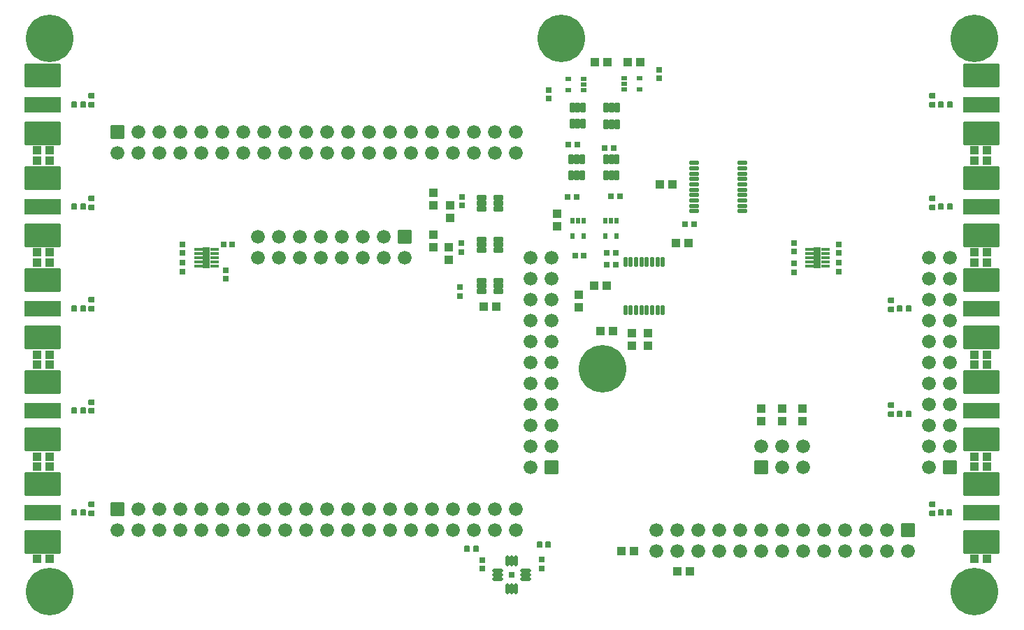
<source format=gbr>
G04 #@! TF.GenerationSoftware,KiCad,Pcbnew,6.0.10-86aedd382b~118~ubuntu22.04.1*
G04 #@! TF.CreationDate,2023-01-31T23:44:10-05:00*
G04 #@! TF.ProjectId,operacake,6f706572-6163-4616-9b65-2e6b69636164,rev?*
G04 #@! TF.SameCoordinates,Original*
G04 #@! TF.FileFunction,Soldermask,Top*
G04 #@! TF.FilePolarity,Negative*
%FSLAX46Y46*%
G04 Gerber Fmt 4.6, Leading zero omitted, Abs format (unit mm)*
G04 Created by KiCad (PCBNEW 6.0.10-86aedd382b~118~ubuntu22.04.1) date 2023-01-31 23:44:10*
%MOMM*%
%LPD*%
G01*
G04 APERTURE LIST*
G04 Aperture macros list*
%AMRoundRect*
0 Rectangle with rounded corners*
0 $1 Rounding radius*
0 $2 $3 $4 $5 $6 $7 $8 $9 X,Y pos of 4 corners*
0 Add a 4 corners polygon primitive as box body*
4,1,4,$2,$3,$4,$5,$6,$7,$8,$9,$2,$3,0*
0 Add four circle primitives for the rounded corners*
1,1,$1+$1,$2,$3*
1,1,$1+$1,$4,$5*
1,1,$1+$1,$6,$7*
1,1,$1+$1,$8,$9*
0 Add four rect primitives between the rounded corners*
20,1,$1+$1,$2,$3,$4,$5,0*
20,1,$1+$1,$4,$5,$6,$7,0*
20,1,$1+$1,$6,$7,$8,$9,0*
20,1,$1+$1,$8,$9,$2,$3,0*%
G04 Aperture macros list end*
%ADD10RoundRect,0.101600X-0.431800X-0.431800X0.431800X-0.431800X0.431800X0.431800X-0.431800X0.431800X0*%
%ADD11RoundRect,0.101600X0.431800X0.431800X-0.431800X0.431800X-0.431800X-0.431800X0.431800X-0.431800X0*%
%ADD12RoundRect,0.101600X0.254000X0.279400X-0.254000X0.279400X-0.254000X-0.279400X0.254000X-0.279400X0*%
%ADD13RoundRect,0.101600X-0.254000X-0.279400X0.254000X-0.279400X0.254000X0.279400X-0.254000X0.279400X0*%
%ADD14RoundRect,0.101600X0.279400X-0.254000X0.279400X0.254000X-0.279400X0.254000X-0.279400X-0.254000X0*%
%ADD15C,5.752400*%
%ADD16C,0.752400*%
%ADD17RoundRect,0.076200X-0.762000X-0.762000X0.762000X-0.762000X0.762000X0.762000X-0.762000X0.762000X0*%
%ADD18C,1.676400*%
%ADD19RoundRect,0.076200X0.762000X0.762000X-0.762000X0.762000X-0.762000X-0.762000X0.762000X-0.762000X0*%
%ADD20RoundRect,0.076200X0.762000X-0.762000X0.762000X0.762000X-0.762000X0.762000X-0.762000X-0.762000X0*%
%ADD21RoundRect,0.076200X-2.095000X-0.890000X2.095000X-0.890000X2.095000X0.890000X-2.095000X0.890000X0*%
%ADD22RoundRect,0.076200X-2.095000X-1.332500X2.095000X-1.332500X2.095000X1.332500X-2.095000X1.332500X0*%
%ADD23RoundRect,0.076200X2.095000X0.890000X-2.095000X0.890000X-2.095000X-0.890000X2.095000X-0.890000X0*%
%ADD24RoundRect,0.076200X2.095000X1.332500X-2.095000X1.332500X-2.095000X-1.332500X2.095000X-1.332500X0*%
%ADD25RoundRect,0.101600X0.431800X-0.431800X0.431800X0.431800X-0.431800X0.431800X-0.431800X-0.431800X0*%
%ADD26RoundRect,0.101600X-0.431800X0.431800X-0.431800X-0.431800X0.431800X-0.431800X0.431800X0.431800X0*%
%ADD27O,1.342240X0.462240*%
%ADD28O,0.462240X1.342240*%
%ADD29R,0.801880X0.801880*%
%ADD30RoundRect,0.076200X-0.380000X-1.200000X0.380000X-1.200000X0.380000X1.200000X-0.380000X1.200000X0*%
%ADD31RoundRect,0.076200X-0.400000X-0.125000X0.400000X-0.125000X0.400000X0.125000X-0.400000X0.125000X0*%
%ADD32C,0.609600*%
%ADD33RoundRect,0.076200X0.380000X1.200000X-0.380000X1.200000X-0.380000X-1.200000X0.380000X-1.200000X0*%
%ADD34RoundRect,0.076200X0.400000X0.125000X-0.400000X0.125000X-0.400000X-0.125000X0.400000X-0.125000X0*%
%ADD35RoundRect,0.076200X0.160000X-0.525000X0.160000X0.525000X-0.160000X0.525000X-0.160000X-0.525000X0*%
%ADD36RoundRect,0.076200X0.525000X0.160000X-0.525000X0.160000X-0.525000X-0.160000X0.525000X-0.160000X0*%
%ADD37RoundRect,0.076200X0.500000X-0.225000X0.500000X0.225000X-0.500000X0.225000X-0.500000X-0.225000X0*%
%ADD38RoundRect,0.076200X0.300000X-0.210000X0.300000X0.210000X-0.300000X0.210000X-0.300000X-0.210000X0*%
%ADD39RoundRect,0.076200X-0.300000X0.210000X-0.300000X-0.210000X0.300000X-0.210000X0.300000X0.210000X0*%
%ADD40RoundRect,0.076200X0.225000X0.500000X-0.225000X0.500000X-0.225000X-0.500000X0.225000X-0.500000X0*%
%ADD41RoundRect,0.076200X0.210000X0.300000X-0.210000X0.300000X-0.210000X-0.300000X0.210000X-0.300000X0*%
%ADD42RoundRect,0.076200X-0.279400X0.254000X-0.279400X-0.254000X0.279400X-0.254000X0.279400X0.254000X0*%
%ADD43RoundRect,0.076200X0.254000X0.279400X-0.254000X0.279400X-0.254000X-0.279400X0.254000X-0.279400X0*%
%ADD44RoundRect,0.076200X0.279400X-0.254000X0.279400X0.254000X-0.279400X0.254000X-0.279400X-0.254000X0*%
%ADD45RoundRect,0.076200X-0.254000X-0.279400X0.254000X-0.279400X0.254000X0.279400X-0.254000X0.279400X0*%
G04 APERTURE END LIST*
D10*
G04 #@! TO.C,DBG1*
X177537000Y-154675000D03*
X176013000Y-154675000D03*
G04 #@! TD*
G04 #@! TO.C,DBY1*
X177537000Y-155900000D03*
X176013000Y-155900000D03*
G04 #@! TD*
G04 #@! TO.C,DBG4*
X177537000Y-117550000D03*
X176013000Y-117550000D03*
G04 #@! TD*
G04 #@! TO.C,DBY4*
X177537000Y-118775000D03*
X176013000Y-118775000D03*
G04 #@! TD*
G04 #@! TO.C,DBG3*
X177537000Y-129925000D03*
X176013000Y-129925000D03*
G04 #@! TD*
G04 #@! TO.C,DBY3*
X177537000Y-131150000D03*
X176013000Y-131150000D03*
G04 #@! TD*
D11*
G04 #@! TO.C,DAY4*
X62463000Y-118775000D03*
X63987000Y-118775000D03*
G04 #@! TD*
G04 #@! TO.C,DAG4*
X62463000Y-117550000D03*
X63987000Y-117550000D03*
G04 #@! TD*
D12*
G04 #@! TO.C,C1*
X66966600Y-136750000D03*
X68033400Y-136750000D03*
G04 #@! TD*
G04 #@! TO.C,C2*
X66966600Y-112000000D03*
X68033400Y-112000000D03*
G04 #@! TD*
D13*
G04 #@! TO.C,C3*
X168033400Y-136750000D03*
X166966600Y-136750000D03*
G04 #@! TD*
G04 #@! TO.C,C4*
X173033400Y-112000000D03*
X171966600Y-112000000D03*
G04 #@! TD*
D12*
G04 #@! TO.C,C5*
X66966600Y-149125000D03*
X68033400Y-149125000D03*
G04 #@! TD*
G04 #@! TO.C,C6*
X66966600Y-124375000D03*
X68033400Y-124375000D03*
G04 #@! TD*
D13*
G04 #@! TO.C,C7*
X168033400Y-149525000D03*
X166966600Y-149525000D03*
G04 #@! TD*
G04 #@! TO.C,C8*
X173033400Y-124375000D03*
X171966600Y-124375000D03*
G04 #@! TD*
D12*
G04 #@! TO.C,C9*
X114559080Y-165887400D03*
X115625880Y-165887400D03*
G04 #@! TD*
G04 #@! TO.C,C10*
X123337320Y-165364160D03*
X124404120Y-165364160D03*
G04 #@! TD*
G04 #@! TO.C,C11*
X66966600Y-161500000D03*
X68033400Y-161500000D03*
G04 #@! TD*
D13*
G04 #@! TO.C,C12*
X173008400Y-161500000D03*
X171941600Y-161500000D03*
G04 #@! TD*
D14*
G04 #@! TO.C,D1*
X69100000Y-135666600D03*
X69100000Y-136733400D03*
G04 #@! TD*
G04 #@! TO.C,D2*
X69100000Y-110966600D03*
X69100000Y-112033400D03*
G04 #@! TD*
G04 #@! TO.C,D3*
X165900000Y-135766600D03*
X165900000Y-136833400D03*
G04 #@! TD*
G04 #@! TO.C,D4*
X170900000Y-110966600D03*
X170900000Y-112033400D03*
G04 #@! TD*
G04 #@! TO.C,D5*
X69100000Y-148066600D03*
X69100000Y-149133400D03*
G04 #@! TD*
G04 #@! TO.C,D6*
X69100000Y-123366600D03*
X69100000Y-124433400D03*
G04 #@! TD*
G04 #@! TO.C,D7*
X165900000Y-148466600D03*
X165900000Y-149533400D03*
G04 #@! TD*
G04 #@! TO.C,D8*
X170900000Y-123366600D03*
X170900000Y-124433400D03*
G04 #@! TD*
G04 #@! TO.C,D9*
X69100000Y-160466600D03*
X69100000Y-161533400D03*
G04 #@! TD*
G04 #@! TO.C,D10*
X170900000Y-160466600D03*
X170900000Y-161533400D03*
G04 #@! TD*
D11*
G04 #@! TO.C,DA0*
X62463000Y-167050000D03*
X63987000Y-167050000D03*
G04 #@! TD*
G04 #@! TO.C,DAG1*
X62463000Y-154675000D03*
X63987000Y-154675000D03*
G04 #@! TD*
G04 #@! TO.C,DAG2*
X62463000Y-142300000D03*
X63987000Y-142300000D03*
G04 #@! TD*
G04 #@! TO.C,DAG3*
X62463000Y-129925000D03*
X63987000Y-129925000D03*
G04 #@! TD*
G04 #@! TO.C,DAY1*
X62463000Y-155900000D03*
X63987000Y-155900000D03*
G04 #@! TD*
G04 #@! TO.C,DAY2*
X62463000Y-143525000D03*
X63987000Y-143525000D03*
G04 #@! TD*
G04 #@! TO.C,DAY3*
X62463000Y-131150000D03*
X63987000Y-131150000D03*
G04 #@! TD*
D10*
G04 #@! TO.C,DB0*
X177537000Y-167050000D03*
X176013000Y-167050000D03*
G04 #@! TD*
G04 #@! TO.C,DBG2*
X177537000Y-142300000D03*
X176013000Y-142300000D03*
G04 #@! TD*
G04 #@! TO.C,DBY2*
X177537000Y-143525000D03*
X176013000Y-143525000D03*
G04 #@! TD*
D15*
G04 #@! TO.C,MH1*
X64000000Y-104000000D03*
D16*
X64000000Y-101800000D03*
X61800000Y-104000000D03*
X64000000Y-106200000D03*
X66200000Y-104000000D03*
X65550000Y-102450000D03*
X62450000Y-102450000D03*
X62450000Y-105550000D03*
X65550000Y-105550000D03*
G04 #@! TD*
D15*
G04 #@! TO.C,MH2*
X64000000Y-171000000D03*
D16*
X64000000Y-168800000D03*
X61800000Y-171000000D03*
X64000000Y-173200000D03*
X66200000Y-171000000D03*
X65550000Y-169450000D03*
X62450000Y-169450000D03*
X62450000Y-172550000D03*
X65550000Y-172550000D03*
G04 #@! TD*
D15*
G04 #@! TO.C,MH3*
X176000000Y-171000000D03*
D16*
X176000000Y-168800000D03*
X173800000Y-171000000D03*
X176000000Y-173200000D03*
X178200000Y-171000000D03*
X177550000Y-169450000D03*
X174450000Y-169450000D03*
X174450000Y-172550000D03*
X177550000Y-172550000D03*
G04 #@! TD*
D15*
G04 #@! TO.C,MH4*
X176000000Y-104000000D03*
D16*
X176000000Y-101800000D03*
X173800000Y-104000000D03*
X176000000Y-106200000D03*
X178200000Y-104000000D03*
X177550000Y-102450000D03*
X174450000Y-102450000D03*
X174450000Y-105550000D03*
X177550000Y-105550000D03*
G04 #@! TD*
D15*
G04 #@! TO.C,MH5*
X126000000Y-104000000D03*
D16*
X126000000Y-101800000D03*
X123800000Y-104000000D03*
X126000000Y-106200000D03*
X128200000Y-104000000D03*
X127550000Y-102450000D03*
X124450000Y-102450000D03*
X124450000Y-105550000D03*
X127550000Y-105550000D03*
G04 #@! TD*
D15*
G04 #@! TO.C,MH6*
X131000000Y-144000000D03*
D16*
X131000000Y-141800000D03*
X128800000Y-144000000D03*
X131000000Y-146200000D03*
X133200000Y-144000000D03*
X132550000Y-142450000D03*
X129450000Y-142450000D03*
X129450000Y-145550000D03*
X132550000Y-145550000D03*
G04 #@! TD*
D17*
G04 #@! TO.C,P1*
X150170000Y-155950000D03*
D18*
X150170000Y-153410000D03*
X152710000Y-155950000D03*
X152710000Y-153410000D03*
X155250000Y-155950000D03*
X155250000Y-153410000D03*
G04 #@! TD*
D19*
G04 #@! TO.C,P9*
X106990000Y-128010000D03*
D18*
X106990000Y-130550000D03*
X104450000Y-128010000D03*
X104450000Y-130550000D03*
X101910000Y-128010000D03*
X101910000Y-130550000D03*
X99370000Y-128010000D03*
X99370000Y-130550000D03*
X96830000Y-128010000D03*
X96830000Y-130550000D03*
X94290000Y-128010000D03*
X94290000Y-130550000D03*
X91750000Y-128010000D03*
X91750000Y-130550000D03*
X89210000Y-128010000D03*
X89210000Y-130550000D03*
G04 #@! TD*
D20*
G04 #@! TO.C,P20*
X173030000Y-155950000D03*
D18*
X170490000Y-155950000D03*
X173030000Y-153410000D03*
X170490000Y-153410000D03*
X173030000Y-150870000D03*
X170490000Y-150870000D03*
X173030000Y-148330000D03*
X170490000Y-148330000D03*
X173030000Y-145790000D03*
X170490000Y-145790000D03*
X173030000Y-143250000D03*
X170490000Y-143250000D03*
X173030000Y-140710000D03*
X170490000Y-140710000D03*
X173030000Y-138170000D03*
X170490000Y-138170000D03*
X173030000Y-135630000D03*
X170490000Y-135630000D03*
X173030000Y-133090000D03*
X170490000Y-133090000D03*
X173030000Y-130550000D03*
X170490000Y-130550000D03*
G04 #@! TD*
D19*
G04 #@! TO.C,P22*
X167950000Y-163570000D03*
D18*
X167950000Y-166110000D03*
X165410000Y-163570000D03*
X165410000Y-166110000D03*
X162870000Y-163570000D03*
X162870000Y-166110000D03*
X160330000Y-163570000D03*
X160330000Y-166110000D03*
X157790000Y-163570000D03*
X157790000Y-166110000D03*
X155250000Y-163570000D03*
X155250000Y-166110000D03*
X152710000Y-163570000D03*
X152710000Y-166110000D03*
X150170000Y-163570000D03*
X150170000Y-166110000D03*
X147630000Y-163570000D03*
X147630000Y-166110000D03*
X145090000Y-163570000D03*
X145090000Y-166110000D03*
X142550000Y-163570000D03*
X142550000Y-166110000D03*
X140010000Y-163570000D03*
X140010000Y-166110000D03*
X137470000Y-163570000D03*
X137470000Y-166110000D03*
G04 #@! TD*
D20*
G04 #@! TO.C,P28*
X124770000Y-155950000D03*
D18*
X122230000Y-155950000D03*
X124770000Y-153410000D03*
X122230000Y-153410000D03*
X124770000Y-150870000D03*
X122230000Y-150870000D03*
X124770000Y-148330000D03*
X122230000Y-148330000D03*
X124770000Y-145790000D03*
X122230000Y-145790000D03*
X124770000Y-143250000D03*
X122230000Y-143250000D03*
X124770000Y-140710000D03*
X122230000Y-140710000D03*
X124770000Y-138170000D03*
X122230000Y-138170000D03*
X124770000Y-135630000D03*
X122230000Y-135630000D03*
X124770000Y-133090000D03*
X122230000Y-133090000D03*
X124770000Y-130550000D03*
X122230000Y-130550000D03*
G04 #@! TD*
D21*
G04 #@! TO.C,PA0*
X63115000Y-161500000D03*
D22*
X63115000Y-158007500D03*
X63115000Y-164992500D03*
G04 #@! TD*
D21*
G04 #@! TO.C,PA1*
X63115000Y-149125000D03*
D22*
X63115000Y-145632500D03*
X63115000Y-152617500D03*
G04 #@! TD*
D21*
G04 #@! TO.C,PA2*
X63115000Y-136750000D03*
D22*
X63115000Y-133257500D03*
X63115000Y-140242500D03*
G04 #@! TD*
D21*
G04 #@! TO.C,PA3*
X63115000Y-124375000D03*
D22*
X63115000Y-120882500D03*
X63115000Y-127867500D03*
G04 #@! TD*
D21*
G04 #@! TO.C,PA4*
X63115000Y-112000000D03*
D22*
X63115000Y-108507500D03*
X63115000Y-115492500D03*
G04 #@! TD*
D23*
G04 #@! TO.C,PB0*
X176885000Y-161500000D03*
D24*
X176885000Y-164992500D03*
X176885000Y-158007500D03*
G04 #@! TD*
D23*
G04 #@! TO.C,PB1*
X176885000Y-149125000D03*
D24*
X176885000Y-152617500D03*
X176885000Y-145632500D03*
G04 #@! TD*
D23*
G04 #@! TO.C,PB2*
X176885000Y-136750000D03*
D24*
X176885000Y-140242500D03*
X176885000Y-133257500D03*
G04 #@! TD*
D23*
G04 #@! TO.C,PB3*
X176885000Y-124375000D03*
D24*
X176885000Y-127867500D03*
X176885000Y-120882500D03*
G04 #@! TD*
D23*
G04 #@! TO.C,PB4*
X176885000Y-112000000D03*
D24*
X176885000Y-115492500D03*
X176885000Y-108507500D03*
G04 #@! TD*
D25*
G04 #@! TO.C,R1*
X112318800Y-129286000D03*
X112318800Y-130810000D03*
G04 #@! TD*
G04 #@! TO.C,R2*
X112496600Y-124206000D03*
X112496600Y-125730000D03*
G04 #@! TD*
D26*
G04 #@! TO.C,R3*
X110490000Y-124231400D03*
X110490000Y-122707400D03*
G04 #@! TD*
G04 #@! TO.C,R4*
X110464600Y-129336800D03*
X110464600Y-127812800D03*
G04 #@! TD*
D25*
G04 #@! TO.C,R5*
X134500000Y-139738000D03*
X134500000Y-141262000D03*
G04 #@! TD*
G04 #@! TO.C,R6*
X136500000Y-139738000D03*
X136500000Y-141262000D03*
G04 #@! TD*
D10*
G04 #@! TO.C,R7*
X134762000Y-166100000D03*
X133238000Y-166100000D03*
G04 #@! TD*
D11*
G04 #@! TO.C,R8*
X140038000Y-168600000D03*
X141562000Y-168600000D03*
G04 #@! TD*
D10*
G04 #@! TO.C,R9*
X132262000Y-139500000D03*
X130738000Y-139500000D03*
G04 #@! TD*
G04 #@! TO.C,R10*
X131505960Y-133913880D03*
X129981960Y-133913880D03*
G04 #@! TD*
G04 #@! TO.C,R11*
X141351000Y-128793240D03*
X139827000Y-128793240D03*
G04 #@! TD*
G04 #@! TO.C,R12*
X131532000Y-106823600D03*
X130008000Y-106823600D03*
G04 #@! TD*
D25*
G04 #@! TO.C,R13*
X125500000Y-125238000D03*
X125500000Y-126762000D03*
G04 #@! TD*
D10*
G04 #@! TO.C,R14*
X135532000Y-106823600D03*
X134008000Y-106823600D03*
G04 #@! TD*
D11*
G04 #@! TO.C,R15*
X137938000Y-121700000D03*
X139462000Y-121700000D03*
G04 #@! TD*
G04 #@! TO.C,R16*
X116574777Y-136475619D03*
X118098777Y-136475619D03*
G04 #@! TD*
D25*
G04 #@! TO.C,R17*
X150200000Y-148838000D03*
X150200000Y-150362000D03*
G04 #@! TD*
G04 #@! TO.C,R18*
X152700000Y-148838000D03*
X152700000Y-150362000D03*
G04 #@! TD*
G04 #@! TO.C,R19*
X155200000Y-148838000D03*
X155200000Y-150362000D03*
G04 #@! TD*
D26*
G04 #@! TO.C,R20*
X128100000Y-136562000D03*
X128100000Y-135038000D03*
G04 #@! TD*
D27*
G04 #@! TO.C,U1*
X121700000Y-169500000D03*
X121700000Y-169000000D03*
X121700000Y-168500000D03*
D28*
X120500000Y-167300000D03*
X120000000Y-167300000D03*
X119500000Y-167300000D03*
D27*
X118300000Y-168500000D03*
X118300000Y-169000000D03*
X118300000Y-169500000D03*
D28*
X119500000Y-170700000D03*
X120000000Y-170700000D03*
X120500000Y-170700000D03*
D29*
X120000000Y-169000000D03*
G04 #@! TD*
D30*
G04 #@! TO.C,U2*
X83000000Y-130562500D03*
D31*
X82000000Y-129562500D03*
X82000000Y-130062500D03*
X82000000Y-130562500D03*
X82000000Y-131062500D03*
X82000000Y-131562500D03*
X84000000Y-131562500D03*
X84000000Y-131062500D03*
X84000000Y-130562500D03*
X84000000Y-130062500D03*
X84000000Y-129562500D03*
D32*
X83000000Y-130262500D03*
X83000000Y-129662500D03*
X83000000Y-130862500D03*
X83000000Y-131462500D03*
G04 #@! TD*
D33*
G04 #@! TO.C,U3*
X157000000Y-130562500D03*
D34*
X158000000Y-131562500D03*
X158000000Y-131062500D03*
X158000000Y-130562500D03*
X158000000Y-130062500D03*
X158000000Y-129562500D03*
X156000000Y-129562500D03*
X156000000Y-130062500D03*
X156000000Y-130562500D03*
X156000000Y-131062500D03*
X156000000Y-131562500D03*
D32*
X157000000Y-130862500D03*
X157000000Y-131462500D03*
X157000000Y-130262500D03*
X157000000Y-129662500D03*
G04 #@! TD*
D35*
G04 #@! TO.C,U4*
X133725000Y-136925000D03*
X134375000Y-136925000D03*
X135025000Y-136925000D03*
X135675000Y-136925000D03*
X136325000Y-136925000D03*
X136975000Y-136925000D03*
X137625000Y-136925000D03*
X138275000Y-136925000D03*
X138275000Y-131075000D03*
X137625000Y-131075000D03*
X136975000Y-131075000D03*
X136325000Y-131075000D03*
X135675000Y-131075000D03*
X135025000Y-131075000D03*
X134375000Y-131075000D03*
X133725000Y-131075000D03*
G04 #@! TD*
D36*
G04 #@! TO.C,U5*
X147925000Y-124925000D03*
X147925000Y-124275000D03*
X147925000Y-123625000D03*
X147925000Y-122975000D03*
X147925000Y-122325000D03*
X147925000Y-121675000D03*
X147925000Y-121025000D03*
X147925000Y-120375000D03*
X147925000Y-119725000D03*
X147925000Y-119075000D03*
X142075000Y-119075000D03*
X142075000Y-119725000D03*
X142075000Y-120375000D03*
X142075000Y-121025000D03*
X142075000Y-121675000D03*
X142075000Y-122325000D03*
X142075000Y-122975000D03*
X142075000Y-123625000D03*
X142075000Y-124275000D03*
X142075000Y-124925000D03*
G04 #@! TD*
D37*
G04 #@! TO.C,U6*
X118336777Y-129625619D03*
X118336777Y-128975619D03*
X118336777Y-128325619D03*
X116336777Y-128325619D03*
X116336777Y-128975619D03*
X116336777Y-129625619D03*
G04 #@! TD*
G04 #@! TO.C,U7*
X118336777Y-124625619D03*
X118336777Y-123975619D03*
X118336777Y-123325619D03*
X116336777Y-123325619D03*
X116336777Y-123975619D03*
X116336777Y-124625619D03*
G04 #@! TD*
D38*
G04 #@! TO.C,U8*
X128700600Y-110209600D03*
X128700600Y-109559600D03*
X128700600Y-108909600D03*
X126800600Y-108909600D03*
X126800600Y-110209600D03*
G04 #@! TD*
D39*
G04 #@! TO.C,U9*
X133579800Y-108827800D03*
X133579800Y-109477800D03*
X133579800Y-110127800D03*
X135479800Y-110127800D03*
X135479800Y-108827800D03*
G04 #@! TD*
D40*
G04 #@! TO.C,U10*
X128605040Y-112324640D03*
X127955040Y-112324640D03*
X127305040Y-112324640D03*
X127305040Y-114324640D03*
X127955040Y-114324640D03*
X128605040Y-114324640D03*
G04 #@! TD*
G04 #@! TO.C,U11*
X132709680Y-112385600D03*
X132059680Y-112385600D03*
X131409680Y-112385600D03*
X131409680Y-114385600D03*
X132059680Y-114385600D03*
X132709680Y-114385600D03*
G04 #@! TD*
G04 #@! TO.C,U12*
X128483120Y-118603520D03*
X127833120Y-118603520D03*
X127183120Y-118603520D03*
X127183120Y-120603520D03*
X127833120Y-120603520D03*
X128483120Y-120603520D03*
G04 #@! TD*
G04 #@! TO.C,U13*
X132704600Y-118618760D03*
X132054600Y-118618760D03*
X131404600Y-118618760D03*
X131404600Y-120618760D03*
X132054600Y-120618760D03*
X132704600Y-120618760D03*
G04 #@! TD*
D41*
G04 #@! TO.C,U14*
X128650000Y-126050000D03*
X128000000Y-126050000D03*
X127350000Y-126050000D03*
X127350000Y-127950000D03*
X128650000Y-127950000D03*
G04 #@! TD*
G04 #@! TO.C,U15*
X132650000Y-126050000D03*
X132000000Y-126050000D03*
X131350000Y-126050000D03*
X131350000Y-127950000D03*
X132650000Y-127950000D03*
G04 #@! TD*
D37*
G04 #@! TO.C,U16*
X118336777Y-134625619D03*
X118336777Y-133975619D03*
X118336777Y-133325619D03*
X116336777Y-133325619D03*
X116336777Y-133975619D03*
X116336777Y-134625619D03*
G04 #@! TD*
D17*
G04 #@! TO.C,J1*
X72192000Y-115310000D03*
D18*
X72192000Y-117850000D03*
X74732000Y-115310000D03*
X74732000Y-117850000D03*
X77272000Y-115310000D03*
X77272000Y-117850000D03*
X79812000Y-115310000D03*
X79812000Y-117850000D03*
X82352000Y-115310000D03*
X82352000Y-117850000D03*
X84892000Y-115310000D03*
X84892000Y-117850000D03*
X87432000Y-115310000D03*
X87432000Y-117850000D03*
X89972000Y-115310000D03*
X89972000Y-117850000D03*
X92512000Y-115310000D03*
X92512000Y-117850000D03*
X95052000Y-115310000D03*
X95052000Y-117850000D03*
X97592000Y-115310000D03*
X97592000Y-117850000D03*
X100132000Y-115310000D03*
X100132000Y-117850000D03*
X102672000Y-115310000D03*
X102672000Y-117850000D03*
X105212000Y-115310000D03*
X105212000Y-117850000D03*
X107752000Y-115310000D03*
X107752000Y-117850000D03*
X110292000Y-115310000D03*
X110292000Y-117850000D03*
X112832000Y-115310000D03*
X112832000Y-117850000D03*
X115372000Y-115310000D03*
X115372000Y-117850000D03*
X117912000Y-115310000D03*
X117912000Y-117850000D03*
X120452000Y-115310000D03*
X120452000Y-117850000D03*
G04 #@! TD*
D17*
G04 #@! TO.C,J2*
X72192000Y-161030000D03*
D18*
X72192000Y-163570000D03*
X74732000Y-161030000D03*
X74732000Y-163570000D03*
X77272000Y-161030000D03*
X77272000Y-163570000D03*
X79812000Y-161030000D03*
X79812000Y-163570000D03*
X82352000Y-161030000D03*
X82352000Y-163570000D03*
X84892000Y-161030000D03*
X84892000Y-163570000D03*
X87432000Y-161030000D03*
X87432000Y-163570000D03*
X89972000Y-161030000D03*
X89972000Y-163570000D03*
X92512000Y-161030000D03*
X92512000Y-163570000D03*
X95052000Y-161030000D03*
X95052000Y-163570000D03*
X97592000Y-161030000D03*
X97592000Y-163570000D03*
X100132000Y-161030000D03*
X100132000Y-163570000D03*
X102672000Y-161030000D03*
X102672000Y-163570000D03*
X105212000Y-161030000D03*
X105212000Y-163570000D03*
X107752000Y-161030000D03*
X107752000Y-163570000D03*
X110292000Y-161030000D03*
X110292000Y-163570000D03*
X112832000Y-161030000D03*
X112832000Y-163570000D03*
X115372000Y-161030000D03*
X115372000Y-163570000D03*
X117912000Y-161030000D03*
X117912000Y-163570000D03*
X120452000Y-161030000D03*
X120452000Y-163570000D03*
G04 #@! TD*
D42*
G04 #@! TO.C,C13*
X85344000Y-133121400D03*
X85344000Y-132054600D03*
G04 #@! TD*
G04 #@! TO.C,C14*
X80111600Y-132257800D03*
X80111600Y-131191000D03*
G04 #@! TD*
G04 #@! TO.C,C15*
X80086200Y-129997200D03*
X80086200Y-128930400D03*
G04 #@! TD*
D43*
G04 #@! TO.C,C16*
X85064600Y-128955800D03*
X86131400Y-128955800D03*
G04 #@! TD*
D42*
G04 #@! TO.C,C17*
X116408200Y-168275000D03*
X116408200Y-167208200D03*
G04 #@! TD*
G04 #@! TO.C,C18*
X123596400Y-168224200D03*
X123596400Y-167157400D03*
G04 #@! TD*
D44*
G04 #@! TO.C,C19*
X154137360Y-128778000D03*
X154137360Y-129844800D03*
G04 #@! TD*
G04 #@! TO.C,C20*
X159613600Y-128930400D03*
X159613600Y-129997200D03*
G04 #@! TD*
G04 #@! TO.C,C21*
X159613600Y-131191000D03*
X159613600Y-132257800D03*
G04 #@! TD*
G04 #@! TO.C,C22*
X154152600Y-131262120D03*
X154152600Y-132328920D03*
G04 #@! TD*
G04 #@! TO.C,C23*
X113873280Y-128793240D03*
X113873280Y-129860040D03*
G04 #@! TD*
G04 #@! TO.C,C24*
X124411740Y-110208060D03*
X124411740Y-111274860D03*
G04 #@! TD*
D45*
G04 #@! TO.C,C25*
X127889000Y-116852700D03*
X126822200Y-116852700D03*
G04 #@! TD*
G04 #@! TO.C,C26*
X127833120Y-123184920D03*
X126766320Y-123184920D03*
G04 #@! TD*
G04 #@! TO.C,C27*
X128701800Y-130302000D03*
X127635000Y-130302000D03*
G04 #@! TD*
D42*
G04 #@! TO.C,C28*
X113957100Y-124259340D03*
X113957100Y-123192540D03*
G04 #@! TD*
G04 #@! TO.C,C29*
X137807700Y-108821220D03*
X137807700Y-107754420D03*
G04 #@! TD*
D45*
G04 #@! TO.C,C30*
X132298440Y-117302280D03*
X131231640Y-117302280D03*
G04 #@! TD*
D43*
G04 #@! TO.C,C31*
X131993640Y-123144280D03*
X133060440Y-123144280D03*
G04 #@! TD*
D45*
G04 #@! TO.C,C32*
X132557520Y-129981960D03*
X131490720Y-129981960D03*
G04 #@! TD*
D44*
G04 #@! TO.C,C33*
X113672620Y-134157720D03*
X113672620Y-135224520D03*
G04 #@! TD*
D45*
G04 #@! TO.C,C34*
X132572760Y-131389120D03*
X131505960Y-131389120D03*
G04 #@! TD*
D43*
G04 #@! TO.C,C35*
X141000480Y-126499620D03*
X142067280Y-126499620D03*
G04 #@! TD*
M02*

</source>
